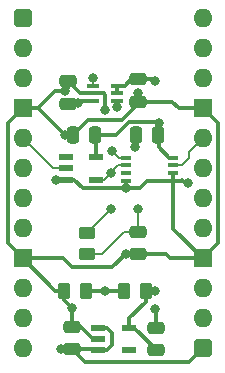
<source format=gtl>
%TF.GenerationSoftware,KiCad,Pcbnew,8.0.4*%
%TF.CreationDate,2024-08-21T09:07:31+02:00*%
%TF.ProjectId,Clock Doubler,436c6f63-6b20-4446-9f75-626c65722e6b,V0*%
%TF.SameCoordinates,PX54c81a0PY37b6b20*%
%TF.FileFunction,Copper,L1,Top*%
%TF.FilePolarity,Positive*%
%FSLAX46Y46*%
G04 Gerber Fmt 4.6, Leading zero omitted, Abs format (unit mm)*
G04 Created by KiCad (PCBNEW 8.0.4) date 2024-08-21 09:07:31*
%MOMM*%
%LPD*%
G01*
G04 APERTURE LIST*
G04 Aperture macros list*
%AMRoundRect*
0 Rectangle with rounded corners*
0 $1 Rounding radius*
0 $2 $3 $4 $5 $6 $7 $8 $9 X,Y pos of 4 corners*
0 Add a 4 corners polygon primitive as box body*
4,1,4,$2,$3,$4,$5,$6,$7,$8,$9,$2,$3,0*
0 Add four circle primitives for the rounded corners*
1,1,$1+$1,$2,$3*
1,1,$1+$1,$4,$5*
1,1,$1+$1,$6,$7*
1,1,$1+$1,$8,$9*
0 Add four rect primitives between the rounded corners*
20,1,$1+$1,$2,$3,$4,$5,0*
20,1,$1+$1,$4,$5,$6,$7,0*
20,1,$1+$1,$6,$7,$8,$9,0*
20,1,$1+$1,$8,$9,$2,$3,0*%
G04 Aperture macros list end*
%TA.AperFunction,SMDPad,CuDef*%
%ADD10RoundRect,0.250000X0.250000X0.475000X-0.250000X0.475000X-0.250000X-0.475000X0.250000X-0.475000X0*%
%TD*%
%TA.AperFunction,SMDPad,CuDef*%
%ADD11RoundRect,0.250000X-0.475000X0.250000X-0.475000X-0.250000X0.475000X-0.250000X0.475000X0.250000X0*%
%TD*%
%TA.AperFunction,SMDPad,CuDef*%
%ADD12RoundRect,0.250000X-0.262500X-0.450000X0.262500X-0.450000X0.262500X0.450000X-0.262500X0.450000X0*%
%TD*%
%TA.AperFunction,ComponentPad*%
%ADD13RoundRect,0.400000X-0.400000X-0.400000X0.400000X-0.400000X0.400000X0.400000X-0.400000X0.400000X0*%
%TD*%
%TA.AperFunction,ComponentPad*%
%ADD14O,1.600000X1.600000*%
%TD*%
%TA.AperFunction,ComponentPad*%
%ADD15R,1.600000X1.600000*%
%TD*%
%TA.AperFunction,SMDPad,CuDef*%
%ADD16RoundRect,0.250000X0.475000X-0.250000X0.475000X0.250000X-0.475000X0.250000X-0.475000X-0.250000X0*%
%TD*%
%TA.AperFunction,SMDPad,CuDef*%
%ADD17R,1.000000X0.450000*%
%TD*%
%TA.AperFunction,SMDPad,CuDef*%
%ADD18R,0.950000X0.450000*%
%TD*%
%TA.AperFunction,SMDPad,CuDef*%
%ADD19R,1.150000X0.600000*%
%TD*%
%TA.AperFunction,SMDPad,CuDef*%
%ADD20RoundRect,0.250000X0.450000X-0.262500X0.450000X0.262500X-0.450000X0.262500X-0.450000X-0.262500X0*%
%TD*%
%TA.AperFunction,SMDPad,CuDef*%
%ADD21R,1.250000X0.600000*%
%TD*%
%TA.AperFunction,ViaPad*%
%ADD22C,0.800000*%
%TD*%
%TA.AperFunction,Conductor*%
%ADD23C,0.380000*%
%TD*%
%TA.AperFunction,Conductor*%
%ADD24C,0.200000*%
%TD*%
G04 APERTURE END LIST*
D10*
%TO.P,C5,1*%
%TO.N,/3.3V*%
X11475000Y-9906000D03*
%TO.P,C5,2*%
%TO.N,GND*%
X9575000Y-9906000D03*
%TD*%
D11*
%TO.P,C4,1*%
%TO.N,/3.3V*%
X9779000Y-5162000D03*
%TO.P,C4,2*%
%TO.N,GND*%
X9779000Y-7062000D03*
%TD*%
D12*
%TO.P,R3,1*%
%TO.N,GND*%
X3532500Y-23104000D03*
%TO.P,R3,2*%
%TO.N,/1.6V*%
X5357500Y-23104000D03*
%TD*%
D13*
%TO.P,J1,1,Pin_1*%
%TO.N,5V*%
X0Y0D03*
D14*
%TO.P,J1,2,Pin_2*%
%TO.N,unconnected-(J1-Pin_2-Pad2)*%
X0Y-2540000D03*
%TO.P,J1,3,Pin_3*%
%TO.N,unconnected-(J1-Pin_3-Pad3)*%
X0Y-5080000D03*
D15*
%TO.P,J1,4,Pin_4*%
%TO.N,GND*%
X0Y-7620000D03*
D14*
%TO.P,J1,5,Pin_5*%
%TO.N,Fast CLK*%
X0Y-10160000D03*
%TO.P,J1,6,Pin_6*%
%TO.N,unconnected-(J1-Pin_6-Pad6)*%
X0Y-12700000D03*
%TO.P,J1,7,Pin_7*%
%TO.N,unconnected-(J1-Pin_7-Pad7)*%
X0Y-15240000D03*
%TO.P,J1,8,Pin_8*%
%TO.N,unconnected-(J1-Pin_8-Pad8)*%
X0Y-17780000D03*
D15*
%TO.P,J1,9,Pin_9*%
%TO.N,GND*%
X0Y-20320000D03*
D14*
%TO.P,J1,10,Pin_10*%
%TO.N,unconnected-(J1-Pin_10-Pad10)*%
X0Y-22860000D03*
%TO.P,J1,11,Pin_11*%
%TO.N,unconnected-(J1-Pin_11-Pad11)*%
X0Y-25400000D03*
%TO.P,J1,12,Pin_12*%
%TO.N,unconnected-(J1-Pin_12-Pad12)*%
X0Y-27940000D03*
D13*
%TO.P,J1,13,Pin_13*%
%TO.N,5V*%
X15240000Y-27940000D03*
D14*
%TO.P,J1,14,Pin_14*%
%TO.N,unconnected-(J1-Pin_14-Pad14)*%
X15240000Y-25400000D03*
%TO.P,J1,15,Pin_15*%
%TO.N,unconnected-(J1-Pin_15-Pad15)*%
X15240000Y-22860000D03*
D15*
%TO.P,J1,16,Pin_16*%
%TO.N,GND*%
X15240000Y-20320000D03*
D14*
%TO.P,J1,17,Pin_17*%
%TO.N,unconnected-(J1-Pin_17-Pad17)*%
X15240000Y-17780000D03*
%TO.P,J1,18,Pin_18*%
%TO.N,unconnected-(J1-Pin_18-Pad18)*%
X15240000Y-15240000D03*
%TO.P,J1,19,Pin_19*%
%TO.N,unconnected-(J1-Pin_19-Pad19)*%
X15240000Y-12700000D03*
%TO.P,J1,20,Pin_20*%
%TO.N,2x Fast CLK*%
X15240000Y-10160000D03*
D15*
%TO.P,J1,21,Pin_21*%
%TO.N,GND*%
X15240000Y-7620000D03*
D14*
%TO.P,J1,22,Pin_22*%
%TO.N,unconnected-(J1-Pin_22-Pad22)*%
X15240000Y-5080000D03*
%TO.P,J1,23,Pin_23*%
%TO.N,unconnected-(J1-Pin_23-Pad23)*%
X15240000Y-2540000D03*
%TO.P,J1,24,Pin_24*%
%TO.N,unconnected-(J1-Pin_24-Pad24)*%
X15240000Y0D03*
%TD*%
D16*
%TO.P,C1,1*%
%TO.N,GND*%
X9779000Y-19984000D03*
%TO.P,C1,2*%
%TO.N,Net-(IC2-IN-)*%
X9779000Y-18084000D03*
%TD*%
D17*
%TO.P,IC2,1,OUT*%
%TO.N,Net-(IC2-OUT)*%
X5985000Y-5700000D03*
%TO.P,IC2,2,GND*%
%TO.N,GND*%
X5985000Y-6350000D03*
%TO.P,IC2,3,IN+*%
%TO.N,/1.6V*%
X5985000Y-7000000D03*
%TO.P,IC2,4,IN-*%
%TO.N,Net-(IC2-IN-)*%
X7985000Y-7000000D03*
%TO.P,IC2,5,VCC*%
%TO.N,/3.3V*%
X7985000Y-6350000D03*
%TO.P,IC2,6,VCC*%
X7985000Y-5700000D03*
%TD*%
D18*
%TO.P,IC3,1,1A*%
%TO.N,Net-(IC2-OUT)*%
X8763000Y-11781000D03*
%TO.P,IC3,2,1B*%
%TO.N,/Clean Fast CLK*%
X8763000Y-12431000D03*
%TO.P,IC3,3,2Y*%
%TO.N,unconnected-(IC3-2Y-Pad3)*%
X8763000Y-13081000D03*
%TO.P,IC3,4,GND*%
%TO.N,GND*%
X8763000Y-13731000D03*
%TO.P,IC3,5,2A*%
X12713000Y-13731000D03*
%TO.P,IC3,6,2B*%
X12713000Y-13081000D03*
%TO.P,IC3,7,1Y*%
%TO.N,2x Fast CLK*%
X12713000Y-12431000D03*
%TO.P,IC3,8,VCC*%
%TO.N,/3.3V*%
X12713000Y-11781000D03*
%TD*%
D12*
%TO.P,R2,1*%
%TO.N,/1.6V*%
X8612500Y-23104000D03*
%TO.P,R2,2*%
%TO.N,/3.3V*%
X10437500Y-23104000D03*
%TD*%
D16*
%TO.P,C11,1*%
%TO.N,/3.3V*%
X11273000Y-28074000D03*
%TO.P,C11,2*%
%TO.N,GND*%
X11273000Y-26174000D03*
%TD*%
D10*
%TO.P,C3,1*%
%TO.N,/3.3V*%
X6141000Y-9906000D03*
%TO.P,C3,2*%
%TO.N,GND*%
X4241000Y-9906000D03*
%TD*%
D19*
%TO.P,IC1,1,6VIn*%
%TO.N,5V*%
X6417000Y-26190000D03*
%TO.P,IC1,2,GND*%
%TO.N,GND*%
X6417000Y-27140000D03*
%TO.P,IC1,3,EN*%
%TO.N,5V*%
X6417000Y-28090000D03*
%TO.P,IC1,4,ADJ*%
%TO.N,unconnected-(IC1-ADJ-Pad4)*%
X9017000Y-28090000D03*
%TO.P,IC1,5,3.3VOut*%
%TO.N,/3.3V*%
X9017000Y-26190000D03*
%TD*%
D20*
%TO.P,R1,1*%
%TO.N,Net-(IC2-IN-)*%
X5451000Y-19962500D03*
%TO.P,R1,2*%
%TO.N,/Clean Fast CLK*%
X5451000Y-18137500D03*
%TD*%
D16*
%TO.P,C10,1*%
%TO.N,5V*%
X4199000Y-28024000D03*
%TO.P,C10,2*%
%TO.N,GND*%
X4199000Y-26124000D03*
%TD*%
%TO.P,C2,1*%
%TO.N,/1.6V*%
X3810000Y-7239000D03*
%TO.P,C2,2*%
%TO.N,GND*%
X3810000Y-5339000D03*
%TD*%
D21*
%TO.P,IC4,1,n.c.*%
%TO.N,unconnected-(IC4-n.c.-Pad1)*%
X3703000Y-11750000D03*
%TO.P,IC4,2,A*%
%TO.N,Fast CLK*%
X3703000Y-12700000D03*
%TO.P,IC4,3,GND*%
%TO.N,GND*%
X3703000Y-13650000D03*
%TO.P,IC4,4,Y*%
%TO.N,/Clean Fast CLK*%
X6203000Y-13650000D03*
%TO.P,IC4,5,3V*%
%TO.N,/3.3V*%
X6203000Y-11750000D03*
%TD*%
D22*
%TO.N,/3.3V*%
X11557000Y-8890000D03*
X11175994Y-23114000D03*
X11176000Y-5333998D03*
%TO.N,Net-(IC2-IN-)*%
X8001000Y-7493000D03*
X9779000Y-16129000D03*
%TO.N,/1.6V*%
X4699001Y-7190001D03*
X6985004Y-23114000D03*
%TO.N,Net-(IC2-OUT)*%
X5969000Y-5080000D03*
X7570530Y-11225470D03*
%TO.N,/Clean Fast CLK*%
X7493000Y-16129000D03*
X7493000Y-13081002D03*
%TO.N,GND*%
X6985000Y-7747000D03*
X4191014Y-24511014D03*
X3556000Y-9906000D03*
X11218492Y-24606473D03*
X8718005Y-19939000D03*
X8763000Y-14351000D03*
X9537000Y-10922000D03*
X3568259Y-6139000D03*
X2794000Y-13650000D03*
X13970000Y-13970000D03*
X9779000Y-6350000D03*
%TO.N,5V*%
X3272006Y-28024000D03*
%TD*%
D23*
%TO.N,GND*%
X3532500Y-23852500D02*
X3532500Y-23104000D01*
X4191014Y-24511014D02*
X3532500Y-23852500D01*
X4191000Y-21082000D02*
X7575005Y-21082000D01*
X7575005Y-21082000D02*
X8718005Y-19939000D01*
X3429000Y-20320000D02*
X4191000Y-21082000D01*
X0Y-20320000D02*
X3429000Y-20320000D01*
X-1270000Y-19050000D02*
X0Y-20320000D01*
X-1270000Y-8890000D02*
X-1270000Y-19050000D01*
X0Y-7620000D02*
X-1270000Y-8890000D01*
X16510000Y-19050000D02*
X15240000Y-20320000D01*
X16510000Y-8890000D02*
X16510000Y-19050000D01*
X15240000Y-7620000D02*
X16510000Y-8890000D01*
X2751000Y-6139000D02*
X3568259Y-6139000D01*
X1270000Y-7620000D02*
X2751000Y-6139000D01*
X889002Y-7620000D02*
X1270000Y-7620000D01*
X1270000Y-7620000D02*
X3556000Y-9906000D01*
X6985000Y-6470000D02*
X6985000Y-7747000D01*
X6865000Y-6350000D02*
X6985000Y-6470000D01*
X5985000Y-6350000D02*
X6865000Y-6350000D01*
D24*
%TO.N,Net-(IC2-IN-)*%
X8001000Y-7016000D02*
X8001000Y-7493000D01*
D23*
%TO.N,/3.3V*%
X11458000Y-8791000D02*
X11557000Y-8890000D01*
%TO.N,GND*%
X8403242Y-8587000D02*
X5560000Y-8587000D01*
%TO.N,/3.3V*%
X9019486Y-8791000D02*
X11458000Y-8791000D01*
X7904486Y-9906000D02*
X9019486Y-8791000D01*
%TO.N,GND*%
X9676229Y-7314013D02*
X8403242Y-8587000D01*
X5560000Y-8587000D02*
X4241000Y-9906000D01*
%TO.N,/3.3V*%
X6141000Y-9906000D02*
X7904486Y-9906000D01*
%TO.N,GND*%
X9779000Y-7062000D02*
X9779000Y-6350000D01*
X12446000Y-20320000D02*
X15240000Y-20320000D01*
X9779000Y-19984000D02*
X12110000Y-19984000D01*
X12110000Y-19984000D02*
X12446000Y-20320000D01*
X2784000Y-23104000D02*
X3532500Y-23104000D01*
X0Y-20320000D02*
X2784000Y-23104000D01*
%TO.N,5V*%
X5258000Y-29083000D02*
X4199000Y-28024000D01*
X15240000Y-27940000D02*
X14097000Y-29083000D01*
X14097000Y-29083000D02*
X5258000Y-29083000D01*
%TO.N,/3.3V*%
X11175994Y-23114000D02*
X10447500Y-23114000D01*
X10437500Y-23979500D02*
X10437500Y-23104000D01*
X9017000Y-26190000D02*
X9017000Y-25400000D01*
X9017000Y-25400000D02*
X10437500Y-23979500D01*
%TO.N,GND*%
X4199000Y-24519000D02*
X4191014Y-24511014D01*
X4199000Y-26124000D02*
X4199000Y-24519000D01*
X11273000Y-24660981D02*
X11273000Y-26174000D01*
X11218492Y-24606473D02*
X11273000Y-24660981D01*
%TO.N,/1.6V*%
X5357500Y-23104000D02*
X6975004Y-23104000D01*
X8612500Y-23104000D02*
X6995004Y-23104000D01*
X6975004Y-23104000D02*
X6985004Y-23114000D01*
X6995004Y-23104000D02*
X6985004Y-23114000D01*
%TO.N,5V*%
X4199000Y-28024000D02*
X3272006Y-28024000D01*
%TO.N,GND*%
X10526000Y-13731000D02*
X12713000Y-13731000D01*
X9906000Y-14351000D02*
X10526000Y-13731000D01*
X8763000Y-14351000D02*
X9906000Y-14351000D01*
X4379000Y-13650000D02*
X3703000Y-13650000D01*
X5080000Y-14351000D02*
X4379000Y-13650000D01*
X8763000Y-14351000D02*
X5080000Y-14351000D01*
X3810000Y-5897259D02*
X3810000Y-5339000D01*
X3568259Y-6139000D02*
X3810000Y-5897259D01*
X4241000Y-9906000D02*
X3556000Y-9906000D01*
X3703000Y-13650000D02*
X2794000Y-13650000D01*
%TO.N,/3.3V*%
X9779000Y-5162000D02*
X9189000Y-5162000D01*
X11552000Y-9906000D02*
X11552000Y-8895000D01*
X9779000Y-5162000D02*
X11004002Y-5162000D01*
X9189000Y-5162000D02*
X8651000Y-5700000D01*
X7985000Y-6350000D02*
X7985000Y-5700000D01*
X11273000Y-28029000D02*
X9434000Y-26190000D01*
X11552000Y-8895000D02*
X11557000Y-8890000D01*
X11004002Y-5162000D02*
X11176000Y-5333998D01*
X12416000Y-11781000D02*
X12713000Y-11781000D01*
X8651000Y-5700000D02*
X7985000Y-5700000D01*
X9434000Y-26190000D02*
X9017000Y-26190000D01*
X11552000Y-10917000D02*
X12416000Y-11781000D01*
X11552000Y-9906000D02*
X11552000Y-10917000D01*
X6203000Y-11750000D02*
X6203000Y-9968000D01*
D24*
%TO.N,Net-(IC2-IN-)*%
X6707500Y-19962500D02*
X5451000Y-19962500D01*
X9779000Y-18084000D02*
X9779000Y-16129000D01*
X9779000Y-18084000D02*
X8586000Y-18084000D01*
X8586000Y-18084000D02*
X6707500Y-19962500D01*
D23*
%TO.N,/1.6V*%
X3859000Y-7190000D02*
X4699000Y-7190000D01*
X4889002Y-7000000D02*
X4699001Y-7190001D01*
X5985000Y-7000000D02*
X4889002Y-7000000D01*
X4699000Y-7190000D02*
X4699001Y-7190001D01*
D24*
%TO.N,Net-(IC2-OUT)*%
X8763000Y-11781000D02*
X8126060Y-11781000D01*
X8126060Y-11781000D02*
X7570530Y-11225470D01*
X5985000Y-5700000D02*
X5985000Y-5096000D01*
X5985000Y-5096000D02*
X5969000Y-5080000D01*
%TO.N,/Clean Fast CLK*%
X8763000Y-12431000D02*
X8088000Y-12431000D01*
X8088000Y-12431000D02*
X7493000Y-13026000D01*
X6203000Y-13650000D02*
X6924002Y-13650000D01*
X5451000Y-18137500D02*
X7459500Y-16129000D01*
X7493000Y-13026000D02*
X7493000Y-13081002D01*
X6924002Y-13650000D02*
X7493000Y-13081002D01*
X7459500Y-16129000D02*
X7493000Y-16129000D01*
D23*
%TO.N,GND*%
X889002Y-7620000D02*
X0Y-7620000D01*
X12713000Y-13731000D02*
X13447000Y-13731000D01*
X6417000Y-27140000D02*
X5939000Y-27140000D01*
X12650000Y-7062000D02*
X13208000Y-7620000D01*
X8763000Y-14351000D02*
X8763000Y-13731000D01*
X9779000Y-7062000D02*
X12650000Y-7062000D01*
X9652000Y-10807000D02*
X9537000Y-10922000D01*
X4923000Y-26124000D02*
X4199000Y-26124000D01*
X13462000Y-13716000D02*
X13716000Y-13970000D01*
X5985000Y-6350000D02*
X4821000Y-6350000D01*
X9652000Y-9906000D02*
X9652000Y-10807000D01*
X9779000Y-19984000D02*
X8763005Y-19984000D01*
X8763005Y-19984000D02*
X8718005Y-19939000D01*
X12713000Y-13081000D02*
X12713000Y-13731000D01*
X12713000Y-17793000D02*
X15240000Y-20320000D01*
X4821000Y-6350000D02*
X3810000Y-5339000D01*
X13208000Y-7620000D02*
X15240000Y-7620000D01*
X13716000Y-13970000D02*
X13970000Y-13970000D01*
X5939000Y-27140000D02*
X4923000Y-26124000D01*
X12713000Y-13731000D02*
X12713000Y-17793000D01*
X13447000Y-13731000D02*
X13462000Y-13716000D01*
%TO.N,5V*%
X7590000Y-26632000D02*
X7148000Y-26190000D01*
X7590000Y-27622000D02*
X7590000Y-26632000D01*
X7148000Y-26190000D02*
X6417000Y-26190000D01*
X6417000Y-28090000D02*
X7122000Y-28090000D01*
X7122000Y-28090000D02*
X7590000Y-27622000D01*
X4199000Y-28024000D02*
X6351000Y-28024000D01*
D24*
%TO.N,2x Fast CLK*%
X14097000Y-11811000D02*
X14097000Y-11303000D01*
X12713000Y-12431000D02*
X13477000Y-12431000D01*
X13477000Y-12431000D02*
X14097000Y-11811000D01*
X14097000Y-11303000D02*
X15240000Y-10160000D01*
%TO.N,Fast CLK*%
X2540000Y-12700000D02*
X3703000Y-12700000D01*
X0Y-10160000D02*
X2540000Y-12700000D01*
%TD*%
M02*

</source>
